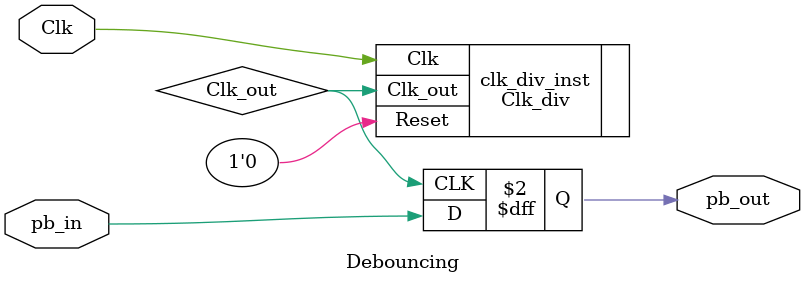
<source format=v>
module Debouncing (Clk,pb_in,pb_out);
input Clk,  pb_in;
output reg pb_out;
wire Clk_out; // Internal clock signal for debouncing

// Instantiate the clock divider to generate a slower clock for debouncing
Clk_div #(.counter_div(25'd4) )clk_div_inst (.Clk(Clk), .Reset(1'b0), .Clk_out(Clk_out)); // Instantiate clock divider

always @(posedge Clk_out) begin
    pb_out <= pb_in; // Simple debouncing logic
    end
endmodule //Debouncing


</source>
